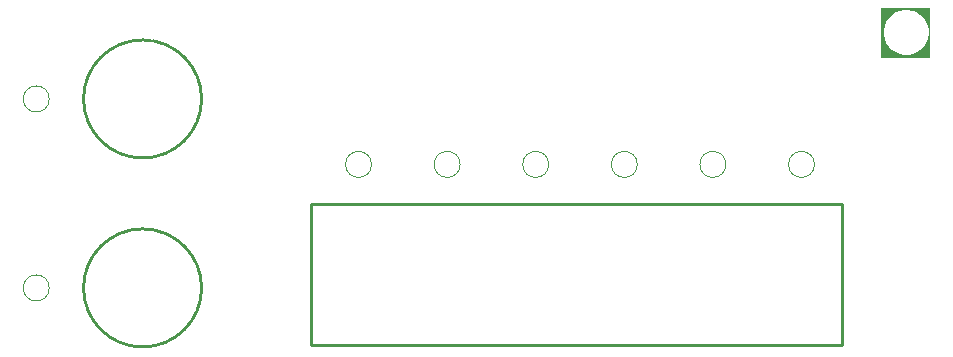
<source format=gto>
G04 Layer_Color=65535*
%FSLAX43Y43*%
%MOMM*%
G71*
G01*
G75*
%ADD14C,0.254*%
%ADD28C,0.100*%
G36*
X99700Y27500D02*
X95500D01*
Y31700D01*
X99700D01*
Y27500D01*
D02*
G37*
%LPC*%
G36*
X97837Y31550D02*
X97463D01*
X97096Y31477D01*
X96750Y31334D01*
X96439Y31126D01*
X96174Y30861D01*
X95966Y30550D01*
X95823Y30204D01*
X95750Y29837D01*
Y29650D01*
Y29463D01*
X95823Y29096D01*
X95966Y28750D01*
X96174Y28439D01*
X96439Y28174D01*
X96750Y27966D01*
X97096Y27823D01*
X97463Y27750D01*
X97837D01*
X98204Y27823D01*
X98550Y27966D01*
X98861Y28174D01*
X99126Y28439D01*
X99334Y28750D01*
X99477Y29096D01*
X99550Y29463D01*
Y29650D01*
Y29837D01*
X99477Y30204D01*
X99334Y30550D01*
X99126Y30861D01*
X98861Y31126D01*
X98550Y31334D01*
X98204Y31477D01*
X97837Y31550D01*
D02*
G37*
%LPD*%
D14*
X38000Y24000D02*
G03*
X38000Y24000I-5000J0D01*
G01*
Y8000D02*
G03*
X38000Y8000I-5000J0D01*
G01*
X47263Y3150D02*
X92240D01*
X92251Y3161D02*
Y15138D01*
X47251Y15138D02*
X92251D01*
X47251Y3161D02*
Y15138D01*
Y3161D02*
X47263Y3150D01*
D28*
X67385Y18457D02*
G03*
X67385Y18457I-1100J0D01*
G01*
X74885D02*
G03*
X74885Y18457I-1100J0D01*
G01*
X52385D02*
G03*
X52385Y18457I-1100J0D01*
G01*
X59885Y18457D02*
G03*
X59885Y18457I-1100J0D01*
G01*
X82385Y18457D02*
G03*
X82385Y18457I-1100J0D01*
G01*
X89885D02*
G03*
X89885Y18457I-1100J0D01*
G01*
X25100Y24000D02*
G03*
X25100Y24000I-1100J0D01*
G01*
Y8000D02*
G03*
X25100Y8000I-1100J0D01*
G01*
X92240Y3150D02*
X92251Y3161D01*
X92251Y15138D02*
X92251Y15138D01*
M02*

</source>
